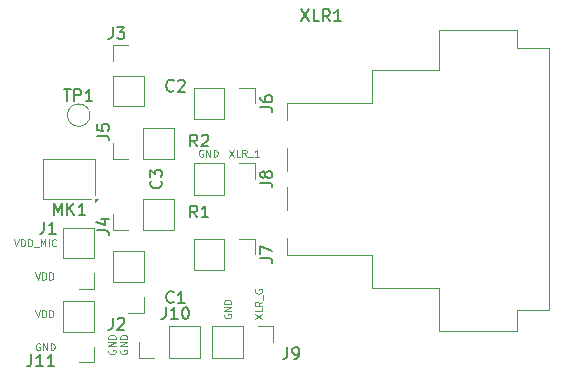
<source format=gbr>
%TF.GenerationSoftware,KiCad,Pcbnew,9.0.0*%
%TF.CreationDate,2025-03-06T01:46:26+08:00*%
%TF.ProjectId,HighDRMic_EVB,48696768-4452-44d6-9963-5f4556422e6b,rev?*%
%TF.SameCoordinates,Original*%
%TF.FileFunction,Legend,Top*%
%TF.FilePolarity,Positive*%
%FSLAX46Y46*%
G04 Gerber Fmt 4.6, Leading zero omitted, Abs format (unit mm)*
G04 Created by KiCad (PCBNEW 9.0.0) date 2025-03-06 01:46:26*
%MOMM*%
%LPD*%
G01*
G04 APERTURE LIST*
%ADD10C,0.100000*%
%ADD11C,0.150000*%
%ADD12C,0.120000*%
G04 APERTURE END LIST*
D10*
X154522931Y-113949942D02*
X154465789Y-113921371D01*
X154465789Y-113921371D02*
X154380074Y-113921371D01*
X154380074Y-113921371D02*
X154294360Y-113949942D01*
X154294360Y-113949942D02*
X154237217Y-114007085D01*
X154237217Y-114007085D02*
X154208646Y-114064228D01*
X154208646Y-114064228D02*
X154180074Y-114178514D01*
X154180074Y-114178514D02*
X154180074Y-114264228D01*
X154180074Y-114264228D02*
X154208646Y-114378514D01*
X154208646Y-114378514D02*
X154237217Y-114435657D01*
X154237217Y-114435657D02*
X154294360Y-114492800D01*
X154294360Y-114492800D02*
X154380074Y-114521371D01*
X154380074Y-114521371D02*
X154437217Y-114521371D01*
X154437217Y-114521371D02*
X154522931Y-114492800D01*
X154522931Y-114492800D02*
X154551503Y-114464228D01*
X154551503Y-114464228D02*
X154551503Y-114264228D01*
X154551503Y-114264228D02*
X154437217Y-114264228D01*
X154808646Y-114521371D02*
X154808646Y-113921371D01*
X154808646Y-113921371D02*
X155151503Y-114521371D01*
X155151503Y-114521371D02*
X155151503Y-113921371D01*
X155437217Y-114521371D02*
X155437217Y-113921371D01*
X155437217Y-113921371D02*
X155580074Y-113921371D01*
X155580074Y-113921371D02*
X155665788Y-113949942D01*
X155665788Y-113949942D02*
X155722931Y-114007085D01*
X155722931Y-114007085D02*
X155751502Y-114064228D01*
X155751502Y-114064228D02*
X155780074Y-114178514D01*
X155780074Y-114178514D02*
X155780074Y-114264228D01*
X155780074Y-114264228D02*
X155751502Y-114378514D01*
X155751502Y-114378514D02*
X155722931Y-114435657D01*
X155722931Y-114435657D02*
X155665788Y-114492800D01*
X155665788Y-114492800D02*
X155580074Y-114521371D01*
X155580074Y-114521371D02*
X155437217Y-114521371D01*
X172721371Y-111848496D02*
X173321371Y-111448496D01*
X172721371Y-111448496D02*
X173321371Y-111848496D01*
X173321371Y-110934210D02*
X173321371Y-111219924D01*
X173321371Y-111219924D02*
X172721371Y-111219924D01*
X173321371Y-110391353D02*
X173035657Y-110591353D01*
X173321371Y-110734210D02*
X172721371Y-110734210D01*
X172721371Y-110734210D02*
X172721371Y-110505639D01*
X172721371Y-110505639D02*
X172749942Y-110448496D01*
X172749942Y-110448496D02*
X172778514Y-110419925D01*
X172778514Y-110419925D02*
X172835657Y-110391353D01*
X172835657Y-110391353D02*
X172921371Y-110391353D01*
X172921371Y-110391353D02*
X172978514Y-110419925D01*
X172978514Y-110419925D02*
X173007085Y-110448496D01*
X173007085Y-110448496D02*
X173035657Y-110505639D01*
X173035657Y-110505639D02*
X173035657Y-110734210D01*
X173378514Y-110277068D02*
X173378514Y-109819925D01*
X172749942Y-109362782D02*
X172721371Y-109419925D01*
X172721371Y-109419925D02*
X172721371Y-109505639D01*
X172721371Y-109505639D02*
X172749942Y-109591353D01*
X172749942Y-109591353D02*
X172807085Y-109648496D01*
X172807085Y-109648496D02*
X172864228Y-109677067D01*
X172864228Y-109677067D02*
X172978514Y-109705639D01*
X172978514Y-109705639D02*
X173064228Y-109705639D01*
X173064228Y-109705639D02*
X173178514Y-109677067D01*
X173178514Y-109677067D02*
X173235657Y-109648496D01*
X173235657Y-109648496D02*
X173292800Y-109591353D01*
X173292800Y-109591353D02*
X173321371Y-109505639D01*
X173321371Y-109505639D02*
X173321371Y-109448496D01*
X173321371Y-109448496D02*
X173292800Y-109362782D01*
X173292800Y-109362782D02*
X173264228Y-109334210D01*
X173264228Y-109334210D02*
X173064228Y-109334210D01*
X173064228Y-109334210D02*
X173064228Y-109448496D01*
X170149942Y-111477068D02*
X170121371Y-111534211D01*
X170121371Y-111534211D02*
X170121371Y-111619925D01*
X170121371Y-111619925D02*
X170149942Y-111705639D01*
X170149942Y-111705639D02*
X170207085Y-111762782D01*
X170207085Y-111762782D02*
X170264228Y-111791353D01*
X170264228Y-111791353D02*
X170378514Y-111819925D01*
X170378514Y-111819925D02*
X170464228Y-111819925D01*
X170464228Y-111819925D02*
X170578514Y-111791353D01*
X170578514Y-111791353D02*
X170635657Y-111762782D01*
X170635657Y-111762782D02*
X170692800Y-111705639D01*
X170692800Y-111705639D02*
X170721371Y-111619925D01*
X170721371Y-111619925D02*
X170721371Y-111562782D01*
X170721371Y-111562782D02*
X170692800Y-111477068D01*
X170692800Y-111477068D02*
X170664228Y-111448496D01*
X170664228Y-111448496D02*
X170464228Y-111448496D01*
X170464228Y-111448496D02*
X170464228Y-111562782D01*
X170721371Y-111191353D02*
X170121371Y-111191353D01*
X170121371Y-111191353D02*
X170721371Y-110848496D01*
X170721371Y-110848496D02*
X170121371Y-110848496D01*
X170721371Y-110562782D02*
X170121371Y-110562782D01*
X170121371Y-110562782D02*
X170121371Y-110419925D01*
X170121371Y-110419925D02*
X170149942Y-110334211D01*
X170149942Y-110334211D02*
X170207085Y-110277068D01*
X170207085Y-110277068D02*
X170264228Y-110248497D01*
X170264228Y-110248497D02*
X170378514Y-110219925D01*
X170378514Y-110219925D02*
X170464228Y-110219925D01*
X170464228Y-110219925D02*
X170578514Y-110248497D01*
X170578514Y-110248497D02*
X170635657Y-110277068D01*
X170635657Y-110277068D02*
X170692800Y-110334211D01*
X170692800Y-110334211D02*
X170721371Y-110419925D01*
X170721371Y-110419925D02*
X170721371Y-110562782D01*
X161349942Y-114477068D02*
X161321371Y-114534211D01*
X161321371Y-114534211D02*
X161321371Y-114619925D01*
X161321371Y-114619925D02*
X161349942Y-114705639D01*
X161349942Y-114705639D02*
X161407085Y-114762782D01*
X161407085Y-114762782D02*
X161464228Y-114791353D01*
X161464228Y-114791353D02*
X161578514Y-114819925D01*
X161578514Y-114819925D02*
X161664228Y-114819925D01*
X161664228Y-114819925D02*
X161778514Y-114791353D01*
X161778514Y-114791353D02*
X161835657Y-114762782D01*
X161835657Y-114762782D02*
X161892800Y-114705639D01*
X161892800Y-114705639D02*
X161921371Y-114619925D01*
X161921371Y-114619925D02*
X161921371Y-114562782D01*
X161921371Y-114562782D02*
X161892800Y-114477068D01*
X161892800Y-114477068D02*
X161864228Y-114448496D01*
X161864228Y-114448496D02*
X161664228Y-114448496D01*
X161664228Y-114448496D02*
X161664228Y-114562782D01*
X161921371Y-114191353D02*
X161321371Y-114191353D01*
X161321371Y-114191353D02*
X161921371Y-113848496D01*
X161921371Y-113848496D02*
X161321371Y-113848496D01*
X161921371Y-113562782D02*
X161321371Y-113562782D01*
X161321371Y-113562782D02*
X161321371Y-113419925D01*
X161321371Y-113419925D02*
X161349942Y-113334211D01*
X161349942Y-113334211D02*
X161407085Y-113277068D01*
X161407085Y-113277068D02*
X161464228Y-113248497D01*
X161464228Y-113248497D02*
X161578514Y-113219925D01*
X161578514Y-113219925D02*
X161664228Y-113219925D01*
X161664228Y-113219925D02*
X161778514Y-113248497D01*
X161778514Y-113248497D02*
X161835657Y-113277068D01*
X161835657Y-113277068D02*
X161892800Y-113334211D01*
X161892800Y-113334211D02*
X161921371Y-113419925D01*
X161921371Y-113419925D02*
X161921371Y-113562782D01*
X160349942Y-114477068D02*
X160321371Y-114534211D01*
X160321371Y-114534211D02*
X160321371Y-114619925D01*
X160321371Y-114619925D02*
X160349942Y-114705639D01*
X160349942Y-114705639D02*
X160407085Y-114762782D01*
X160407085Y-114762782D02*
X160464228Y-114791353D01*
X160464228Y-114791353D02*
X160578514Y-114819925D01*
X160578514Y-114819925D02*
X160664228Y-114819925D01*
X160664228Y-114819925D02*
X160778514Y-114791353D01*
X160778514Y-114791353D02*
X160835657Y-114762782D01*
X160835657Y-114762782D02*
X160892800Y-114705639D01*
X160892800Y-114705639D02*
X160921371Y-114619925D01*
X160921371Y-114619925D02*
X160921371Y-114562782D01*
X160921371Y-114562782D02*
X160892800Y-114477068D01*
X160892800Y-114477068D02*
X160864228Y-114448496D01*
X160864228Y-114448496D02*
X160664228Y-114448496D01*
X160664228Y-114448496D02*
X160664228Y-114562782D01*
X160921371Y-114191353D02*
X160321371Y-114191353D01*
X160321371Y-114191353D02*
X160921371Y-113848496D01*
X160921371Y-113848496D02*
X160321371Y-113848496D01*
X160921371Y-113562782D02*
X160321371Y-113562782D01*
X160321371Y-113562782D02*
X160321371Y-113419925D01*
X160321371Y-113419925D02*
X160349942Y-113334211D01*
X160349942Y-113334211D02*
X160407085Y-113277068D01*
X160407085Y-113277068D02*
X160464228Y-113248497D01*
X160464228Y-113248497D02*
X160578514Y-113219925D01*
X160578514Y-113219925D02*
X160664228Y-113219925D01*
X160664228Y-113219925D02*
X160778514Y-113248497D01*
X160778514Y-113248497D02*
X160835657Y-113277068D01*
X160835657Y-113277068D02*
X160892800Y-113334211D01*
X160892800Y-113334211D02*
X160921371Y-113419925D01*
X160921371Y-113419925D02*
X160921371Y-113562782D01*
X152322931Y-105121371D02*
X152522931Y-105721371D01*
X152522931Y-105721371D02*
X152722931Y-105121371D01*
X152922932Y-105721371D02*
X152922932Y-105121371D01*
X152922932Y-105121371D02*
X153065789Y-105121371D01*
X153065789Y-105121371D02*
X153151503Y-105149942D01*
X153151503Y-105149942D02*
X153208646Y-105207085D01*
X153208646Y-105207085D02*
X153237217Y-105264228D01*
X153237217Y-105264228D02*
X153265789Y-105378514D01*
X153265789Y-105378514D02*
X153265789Y-105464228D01*
X153265789Y-105464228D02*
X153237217Y-105578514D01*
X153237217Y-105578514D02*
X153208646Y-105635657D01*
X153208646Y-105635657D02*
X153151503Y-105692800D01*
X153151503Y-105692800D02*
X153065789Y-105721371D01*
X153065789Y-105721371D02*
X152922932Y-105721371D01*
X153522932Y-105721371D02*
X153522932Y-105121371D01*
X153522932Y-105121371D02*
X153665789Y-105121371D01*
X153665789Y-105121371D02*
X153751503Y-105149942D01*
X153751503Y-105149942D02*
X153808646Y-105207085D01*
X153808646Y-105207085D02*
X153837217Y-105264228D01*
X153837217Y-105264228D02*
X153865789Y-105378514D01*
X153865789Y-105378514D02*
X153865789Y-105464228D01*
X153865789Y-105464228D02*
X153837217Y-105578514D01*
X153837217Y-105578514D02*
X153808646Y-105635657D01*
X153808646Y-105635657D02*
X153751503Y-105692800D01*
X153751503Y-105692800D02*
X153665789Y-105721371D01*
X153665789Y-105721371D02*
X153522932Y-105721371D01*
X153980075Y-105778514D02*
X154437217Y-105778514D01*
X154580075Y-105721371D02*
X154580075Y-105121371D01*
X154580075Y-105121371D02*
X154780075Y-105549942D01*
X154780075Y-105549942D02*
X154980075Y-105121371D01*
X154980075Y-105121371D02*
X154980075Y-105721371D01*
X155265789Y-105721371D02*
X155265789Y-105121371D01*
X155894360Y-105664228D02*
X155865788Y-105692800D01*
X155865788Y-105692800D02*
X155780074Y-105721371D01*
X155780074Y-105721371D02*
X155722931Y-105721371D01*
X155722931Y-105721371D02*
X155637217Y-105692800D01*
X155637217Y-105692800D02*
X155580074Y-105635657D01*
X155580074Y-105635657D02*
X155551503Y-105578514D01*
X155551503Y-105578514D02*
X155522931Y-105464228D01*
X155522931Y-105464228D02*
X155522931Y-105378514D01*
X155522931Y-105378514D02*
X155551503Y-105264228D01*
X155551503Y-105264228D02*
X155580074Y-105207085D01*
X155580074Y-105207085D02*
X155637217Y-105149942D01*
X155637217Y-105149942D02*
X155722931Y-105121371D01*
X155722931Y-105121371D02*
X155780074Y-105121371D01*
X155780074Y-105121371D02*
X155865788Y-105149942D01*
X155865788Y-105149942D02*
X155894360Y-105178514D01*
X168322931Y-97549942D02*
X168265789Y-97521371D01*
X168265789Y-97521371D02*
X168180074Y-97521371D01*
X168180074Y-97521371D02*
X168094360Y-97549942D01*
X168094360Y-97549942D02*
X168037217Y-97607085D01*
X168037217Y-97607085D02*
X168008646Y-97664228D01*
X168008646Y-97664228D02*
X167980074Y-97778514D01*
X167980074Y-97778514D02*
X167980074Y-97864228D01*
X167980074Y-97864228D02*
X168008646Y-97978514D01*
X168008646Y-97978514D02*
X168037217Y-98035657D01*
X168037217Y-98035657D02*
X168094360Y-98092800D01*
X168094360Y-98092800D02*
X168180074Y-98121371D01*
X168180074Y-98121371D02*
X168237217Y-98121371D01*
X168237217Y-98121371D02*
X168322931Y-98092800D01*
X168322931Y-98092800D02*
X168351503Y-98064228D01*
X168351503Y-98064228D02*
X168351503Y-97864228D01*
X168351503Y-97864228D02*
X168237217Y-97864228D01*
X168608646Y-98121371D02*
X168608646Y-97521371D01*
X168608646Y-97521371D02*
X168951503Y-98121371D01*
X168951503Y-98121371D02*
X168951503Y-97521371D01*
X169237217Y-98121371D02*
X169237217Y-97521371D01*
X169237217Y-97521371D02*
X169380074Y-97521371D01*
X169380074Y-97521371D02*
X169465788Y-97549942D01*
X169465788Y-97549942D02*
X169522931Y-97607085D01*
X169522931Y-97607085D02*
X169551502Y-97664228D01*
X169551502Y-97664228D02*
X169580074Y-97778514D01*
X169580074Y-97778514D02*
X169580074Y-97864228D01*
X169580074Y-97864228D02*
X169551502Y-97978514D01*
X169551502Y-97978514D02*
X169522931Y-98035657D01*
X169522931Y-98035657D02*
X169465788Y-98092800D01*
X169465788Y-98092800D02*
X169380074Y-98121371D01*
X169380074Y-98121371D02*
X169237217Y-98121371D01*
X170551503Y-97521371D02*
X170951503Y-98121371D01*
X170951503Y-97521371D02*
X170551503Y-98121371D01*
X171465789Y-98121371D02*
X171180075Y-98121371D01*
X171180075Y-98121371D02*
X171180075Y-97521371D01*
X172008646Y-98121371D02*
X171808646Y-97835657D01*
X171665789Y-98121371D02*
X171665789Y-97521371D01*
X171665789Y-97521371D02*
X171894360Y-97521371D01*
X171894360Y-97521371D02*
X171951503Y-97549942D01*
X171951503Y-97549942D02*
X171980074Y-97578514D01*
X171980074Y-97578514D02*
X172008646Y-97635657D01*
X172008646Y-97635657D02*
X172008646Y-97721371D01*
X172008646Y-97721371D02*
X171980074Y-97778514D01*
X171980074Y-97778514D02*
X171951503Y-97807085D01*
X171951503Y-97807085D02*
X171894360Y-97835657D01*
X171894360Y-97835657D02*
X171665789Y-97835657D01*
X172122932Y-98178514D02*
X172580074Y-98178514D01*
X173037217Y-98121371D02*
X172694360Y-98121371D01*
X172865789Y-98121371D02*
X172865789Y-97521371D01*
X172865789Y-97521371D02*
X172808646Y-97607085D01*
X172808646Y-97607085D02*
X172751503Y-97664228D01*
X172751503Y-97664228D02*
X172694360Y-97692800D01*
X154122931Y-107921371D02*
X154322931Y-108521371D01*
X154322931Y-108521371D02*
X154522931Y-107921371D01*
X154722932Y-108521371D02*
X154722932Y-107921371D01*
X154722932Y-107921371D02*
X154865789Y-107921371D01*
X154865789Y-107921371D02*
X154951503Y-107949942D01*
X154951503Y-107949942D02*
X155008646Y-108007085D01*
X155008646Y-108007085D02*
X155037217Y-108064228D01*
X155037217Y-108064228D02*
X155065789Y-108178514D01*
X155065789Y-108178514D02*
X155065789Y-108264228D01*
X155065789Y-108264228D02*
X155037217Y-108378514D01*
X155037217Y-108378514D02*
X155008646Y-108435657D01*
X155008646Y-108435657D02*
X154951503Y-108492800D01*
X154951503Y-108492800D02*
X154865789Y-108521371D01*
X154865789Y-108521371D02*
X154722932Y-108521371D01*
X155322932Y-108521371D02*
X155322932Y-107921371D01*
X155322932Y-107921371D02*
X155465789Y-107921371D01*
X155465789Y-107921371D02*
X155551503Y-107949942D01*
X155551503Y-107949942D02*
X155608646Y-108007085D01*
X155608646Y-108007085D02*
X155637217Y-108064228D01*
X155637217Y-108064228D02*
X155665789Y-108178514D01*
X155665789Y-108178514D02*
X155665789Y-108264228D01*
X155665789Y-108264228D02*
X155637217Y-108378514D01*
X155637217Y-108378514D02*
X155608646Y-108435657D01*
X155608646Y-108435657D02*
X155551503Y-108492800D01*
X155551503Y-108492800D02*
X155465789Y-108521371D01*
X155465789Y-108521371D02*
X155322932Y-108521371D01*
X154122931Y-111121371D02*
X154322931Y-111721371D01*
X154322931Y-111721371D02*
X154522931Y-111121371D01*
X154722932Y-111721371D02*
X154722932Y-111121371D01*
X154722932Y-111121371D02*
X154865789Y-111121371D01*
X154865789Y-111121371D02*
X154951503Y-111149942D01*
X154951503Y-111149942D02*
X155008646Y-111207085D01*
X155008646Y-111207085D02*
X155037217Y-111264228D01*
X155037217Y-111264228D02*
X155065789Y-111378514D01*
X155065789Y-111378514D02*
X155065789Y-111464228D01*
X155065789Y-111464228D02*
X155037217Y-111578514D01*
X155037217Y-111578514D02*
X155008646Y-111635657D01*
X155008646Y-111635657D02*
X154951503Y-111692800D01*
X154951503Y-111692800D02*
X154865789Y-111721371D01*
X154865789Y-111721371D02*
X154722932Y-111721371D01*
X155322932Y-111721371D02*
X155322932Y-111121371D01*
X155322932Y-111121371D02*
X155465789Y-111121371D01*
X155465789Y-111121371D02*
X155551503Y-111149942D01*
X155551503Y-111149942D02*
X155608646Y-111207085D01*
X155608646Y-111207085D02*
X155637217Y-111264228D01*
X155637217Y-111264228D02*
X155665789Y-111378514D01*
X155665789Y-111378514D02*
X155665789Y-111464228D01*
X155665789Y-111464228D02*
X155637217Y-111578514D01*
X155637217Y-111578514D02*
X155608646Y-111635657D01*
X155608646Y-111635657D02*
X155551503Y-111692800D01*
X155551503Y-111692800D02*
X155465789Y-111721371D01*
X155465789Y-111721371D02*
X155322932Y-111721371D01*
D11*
X175466666Y-114254819D02*
X175466666Y-114969104D01*
X175466666Y-114969104D02*
X175419047Y-115111961D01*
X175419047Y-115111961D02*
X175323809Y-115207200D01*
X175323809Y-115207200D02*
X175180952Y-115254819D01*
X175180952Y-115254819D02*
X175085714Y-115254819D01*
X175990476Y-115254819D02*
X176180952Y-115254819D01*
X176180952Y-115254819D02*
X176276190Y-115207200D01*
X176276190Y-115207200D02*
X176323809Y-115159580D01*
X176323809Y-115159580D02*
X176419047Y-115016723D01*
X176419047Y-115016723D02*
X176466666Y-114826247D01*
X176466666Y-114826247D02*
X176466666Y-114445295D01*
X176466666Y-114445295D02*
X176419047Y-114350057D01*
X176419047Y-114350057D02*
X176371428Y-114302438D01*
X176371428Y-114302438D02*
X176276190Y-114254819D01*
X176276190Y-114254819D02*
X176085714Y-114254819D01*
X176085714Y-114254819D02*
X175990476Y-114302438D01*
X175990476Y-114302438D02*
X175942857Y-114350057D01*
X175942857Y-114350057D02*
X175895238Y-114445295D01*
X175895238Y-114445295D02*
X175895238Y-114683390D01*
X175895238Y-114683390D02*
X175942857Y-114778628D01*
X175942857Y-114778628D02*
X175990476Y-114826247D01*
X175990476Y-114826247D02*
X176085714Y-114873866D01*
X176085714Y-114873866D02*
X176276190Y-114873866D01*
X176276190Y-114873866D02*
X176371428Y-114826247D01*
X176371428Y-114826247D02*
X176419047Y-114778628D01*
X176419047Y-114778628D02*
X176466666Y-114683390D01*
X176635714Y-85654819D02*
X177302380Y-86654819D01*
X177302380Y-85654819D02*
X176635714Y-86654819D01*
X178159523Y-86654819D02*
X177683333Y-86654819D01*
X177683333Y-86654819D02*
X177683333Y-85654819D01*
X179064285Y-86654819D02*
X178730952Y-86178628D01*
X178492857Y-86654819D02*
X178492857Y-85654819D01*
X178492857Y-85654819D02*
X178873809Y-85654819D01*
X178873809Y-85654819D02*
X178969047Y-85702438D01*
X178969047Y-85702438D02*
X179016666Y-85750057D01*
X179016666Y-85750057D02*
X179064285Y-85845295D01*
X179064285Y-85845295D02*
X179064285Y-85988152D01*
X179064285Y-85988152D02*
X179016666Y-86083390D01*
X179016666Y-86083390D02*
X178969047Y-86131009D01*
X178969047Y-86131009D02*
X178873809Y-86178628D01*
X178873809Y-86178628D02*
X178492857Y-86178628D01*
X180016666Y-86654819D02*
X179445238Y-86654819D01*
X179730952Y-86654819D02*
X179730952Y-85654819D01*
X179730952Y-85654819D02*
X179635714Y-85797676D01*
X179635714Y-85797676D02*
X179540476Y-85892914D01*
X179540476Y-85892914D02*
X179445238Y-85940533D01*
X155690476Y-103054819D02*
X155690476Y-102054819D01*
X155690476Y-102054819D02*
X156023809Y-102769104D01*
X156023809Y-102769104D02*
X156357142Y-102054819D01*
X156357142Y-102054819D02*
X156357142Y-103054819D01*
X156833333Y-103054819D02*
X156833333Y-102054819D01*
X157404761Y-103054819D02*
X156976190Y-102483390D01*
X157404761Y-102054819D02*
X156833333Y-102626247D01*
X158357142Y-103054819D02*
X157785714Y-103054819D01*
X158071428Y-103054819D02*
X158071428Y-102054819D01*
X158071428Y-102054819D02*
X157976190Y-102197676D01*
X157976190Y-102197676D02*
X157880952Y-102292914D01*
X157880952Y-102292914D02*
X157785714Y-102340533D01*
X173184819Y-106733333D02*
X173899104Y-106733333D01*
X173899104Y-106733333D02*
X174041961Y-106780952D01*
X174041961Y-106780952D02*
X174137200Y-106876190D01*
X174137200Y-106876190D02*
X174184819Y-107019047D01*
X174184819Y-107019047D02*
X174184819Y-107114285D01*
X173184819Y-106352380D02*
X173184819Y-105685714D01*
X173184819Y-105685714D02*
X174184819Y-106114285D01*
X165833333Y-110409580D02*
X165785714Y-110457200D01*
X165785714Y-110457200D02*
X165642857Y-110504819D01*
X165642857Y-110504819D02*
X165547619Y-110504819D01*
X165547619Y-110504819D02*
X165404762Y-110457200D01*
X165404762Y-110457200D02*
X165309524Y-110361961D01*
X165309524Y-110361961D02*
X165261905Y-110266723D01*
X165261905Y-110266723D02*
X165214286Y-110076247D01*
X165214286Y-110076247D02*
X165214286Y-109933390D01*
X165214286Y-109933390D02*
X165261905Y-109742914D01*
X165261905Y-109742914D02*
X165309524Y-109647676D01*
X165309524Y-109647676D02*
X165404762Y-109552438D01*
X165404762Y-109552438D02*
X165547619Y-109504819D01*
X165547619Y-109504819D02*
X165642857Y-109504819D01*
X165642857Y-109504819D02*
X165785714Y-109552438D01*
X165785714Y-109552438D02*
X165833333Y-109600057D01*
X166785714Y-110504819D02*
X166214286Y-110504819D01*
X166500000Y-110504819D02*
X166500000Y-109504819D01*
X166500000Y-109504819D02*
X166404762Y-109647676D01*
X166404762Y-109647676D02*
X166309524Y-109742914D01*
X166309524Y-109742914D02*
X166214286Y-109790533D01*
X153790476Y-114854819D02*
X153790476Y-115569104D01*
X153790476Y-115569104D02*
X153742857Y-115711961D01*
X153742857Y-115711961D02*
X153647619Y-115807200D01*
X153647619Y-115807200D02*
X153504762Y-115854819D01*
X153504762Y-115854819D02*
X153409524Y-115854819D01*
X154790476Y-115854819D02*
X154219048Y-115854819D01*
X154504762Y-115854819D02*
X154504762Y-114854819D01*
X154504762Y-114854819D02*
X154409524Y-114997676D01*
X154409524Y-114997676D02*
X154314286Y-115092914D01*
X154314286Y-115092914D02*
X154219048Y-115140533D01*
X155742857Y-115854819D02*
X155171429Y-115854819D01*
X155457143Y-115854819D02*
X155457143Y-114854819D01*
X155457143Y-114854819D02*
X155361905Y-114997676D01*
X155361905Y-114997676D02*
X155266667Y-115092914D01*
X155266667Y-115092914D02*
X155171429Y-115140533D01*
X165833333Y-92509580D02*
X165785714Y-92557200D01*
X165785714Y-92557200D02*
X165642857Y-92604819D01*
X165642857Y-92604819D02*
X165547619Y-92604819D01*
X165547619Y-92604819D02*
X165404762Y-92557200D01*
X165404762Y-92557200D02*
X165309524Y-92461961D01*
X165309524Y-92461961D02*
X165261905Y-92366723D01*
X165261905Y-92366723D02*
X165214286Y-92176247D01*
X165214286Y-92176247D02*
X165214286Y-92033390D01*
X165214286Y-92033390D02*
X165261905Y-91842914D01*
X165261905Y-91842914D02*
X165309524Y-91747676D01*
X165309524Y-91747676D02*
X165404762Y-91652438D01*
X165404762Y-91652438D02*
X165547619Y-91604819D01*
X165547619Y-91604819D02*
X165642857Y-91604819D01*
X165642857Y-91604819D02*
X165785714Y-91652438D01*
X165785714Y-91652438D02*
X165833333Y-91700057D01*
X166214286Y-91700057D02*
X166261905Y-91652438D01*
X166261905Y-91652438D02*
X166357143Y-91604819D01*
X166357143Y-91604819D02*
X166595238Y-91604819D01*
X166595238Y-91604819D02*
X166690476Y-91652438D01*
X166690476Y-91652438D02*
X166738095Y-91700057D01*
X166738095Y-91700057D02*
X166785714Y-91795295D01*
X166785714Y-91795295D02*
X166785714Y-91890533D01*
X166785714Y-91890533D02*
X166738095Y-92033390D01*
X166738095Y-92033390D02*
X166166667Y-92604819D01*
X166166667Y-92604819D02*
X166785714Y-92604819D01*
X173184819Y-93933333D02*
X173899104Y-93933333D01*
X173899104Y-93933333D02*
X174041961Y-93980952D01*
X174041961Y-93980952D02*
X174137200Y-94076190D01*
X174137200Y-94076190D02*
X174184819Y-94219047D01*
X174184819Y-94219047D02*
X174184819Y-94314285D01*
X173184819Y-93028571D02*
X173184819Y-93219047D01*
X173184819Y-93219047D02*
X173232438Y-93314285D01*
X173232438Y-93314285D02*
X173280057Y-93361904D01*
X173280057Y-93361904D02*
X173422914Y-93457142D01*
X173422914Y-93457142D02*
X173613390Y-93504761D01*
X173613390Y-93504761D02*
X173994342Y-93504761D01*
X173994342Y-93504761D02*
X174089580Y-93457142D01*
X174089580Y-93457142D02*
X174137200Y-93409523D01*
X174137200Y-93409523D02*
X174184819Y-93314285D01*
X174184819Y-93314285D02*
X174184819Y-93123809D01*
X174184819Y-93123809D02*
X174137200Y-93028571D01*
X174137200Y-93028571D02*
X174089580Y-92980952D01*
X174089580Y-92980952D02*
X173994342Y-92933333D01*
X173994342Y-92933333D02*
X173756247Y-92933333D01*
X173756247Y-92933333D02*
X173661009Y-92980952D01*
X173661009Y-92980952D02*
X173613390Y-93028571D01*
X173613390Y-93028571D02*
X173565771Y-93123809D01*
X173565771Y-93123809D02*
X173565771Y-93314285D01*
X173565771Y-93314285D02*
X173613390Y-93409523D01*
X173613390Y-93409523D02*
X173661009Y-93457142D01*
X173661009Y-93457142D02*
X173756247Y-93504761D01*
X160666666Y-111754819D02*
X160666666Y-112469104D01*
X160666666Y-112469104D02*
X160619047Y-112611961D01*
X160619047Y-112611961D02*
X160523809Y-112707200D01*
X160523809Y-112707200D02*
X160380952Y-112754819D01*
X160380952Y-112754819D02*
X160285714Y-112754819D01*
X161095238Y-111850057D02*
X161142857Y-111802438D01*
X161142857Y-111802438D02*
X161238095Y-111754819D01*
X161238095Y-111754819D02*
X161476190Y-111754819D01*
X161476190Y-111754819D02*
X161571428Y-111802438D01*
X161571428Y-111802438D02*
X161619047Y-111850057D01*
X161619047Y-111850057D02*
X161666666Y-111945295D01*
X161666666Y-111945295D02*
X161666666Y-112040533D01*
X161666666Y-112040533D02*
X161619047Y-112183390D01*
X161619047Y-112183390D02*
X161047619Y-112754819D01*
X161047619Y-112754819D02*
X161666666Y-112754819D01*
X167833333Y-103254819D02*
X167500000Y-102778628D01*
X167261905Y-103254819D02*
X167261905Y-102254819D01*
X167261905Y-102254819D02*
X167642857Y-102254819D01*
X167642857Y-102254819D02*
X167738095Y-102302438D01*
X167738095Y-102302438D02*
X167785714Y-102350057D01*
X167785714Y-102350057D02*
X167833333Y-102445295D01*
X167833333Y-102445295D02*
X167833333Y-102588152D01*
X167833333Y-102588152D02*
X167785714Y-102683390D01*
X167785714Y-102683390D02*
X167738095Y-102731009D01*
X167738095Y-102731009D02*
X167642857Y-102778628D01*
X167642857Y-102778628D02*
X167261905Y-102778628D01*
X168785714Y-103254819D02*
X168214286Y-103254819D01*
X168500000Y-103254819D02*
X168500000Y-102254819D01*
X168500000Y-102254819D02*
X168404762Y-102397676D01*
X168404762Y-102397676D02*
X168309524Y-102492914D01*
X168309524Y-102492914D02*
X168214286Y-102540533D01*
X159354819Y-104333333D02*
X160069104Y-104333333D01*
X160069104Y-104333333D02*
X160211961Y-104380952D01*
X160211961Y-104380952D02*
X160307200Y-104476190D01*
X160307200Y-104476190D02*
X160354819Y-104619047D01*
X160354819Y-104619047D02*
X160354819Y-104714285D01*
X159688152Y-103428571D02*
X160354819Y-103428571D01*
X159307200Y-103666666D02*
X160021485Y-103904761D01*
X160021485Y-103904761D02*
X160021485Y-103285714D01*
X156538095Y-92406819D02*
X157109523Y-92406819D01*
X156823809Y-93406819D02*
X156823809Y-92406819D01*
X157442857Y-93406819D02*
X157442857Y-92406819D01*
X157442857Y-92406819D02*
X157823809Y-92406819D01*
X157823809Y-92406819D02*
X157919047Y-92454438D01*
X157919047Y-92454438D02*
X157966666Y-92502057D01*
X157966666Y-92502057D02*
X158014285Y-92597295D01*
X158014285Y-92597295D02*
X158014285Y-92740152D01*
X158014285Y-92740152D02*
X157966666Y-92835390D01*
X157966666Y-92835390D02*
X157919047Y-92883009D01*
X157919047Y-92883009D02*
X157823809Y-92930628D01*
X157823809Y-92930628D02*
X157442857Y-92930628D01*
X158966666Y-93406819D02*
X158395238Y-93406819D01*
X158680952Y-93406819D02*
X158680952Y-92406819D01*
X158680952Y-92406819D02*
X158585714Y-92549676D01*
X158585714Y-92549676D02*
X158490476Y-92644914D01*
X158490476Y-92644914D02*
X158395238Y-92692533D01*
X165190476Y-110854819D02*
X165190476Y-111569104D01*
X165190476Y-111569104D02*
X165142857Y-111711961D01*
X165142857Y-111711961D02*
X165047619Y-111807200D01*
X165047619Y-111807200D02*
X164904762Y-111854819D01*
X164904762Y-111854819D02*
X164809524Y-111854819D01*
X166190476Y-111854819D02*
X165619048Y-111854819D01*
X165904762Y-111854819D02*
X165904762Y-110854819D01*
X165904762Y-110854819D02*
X165809524Y-110997676D01*
X165809524Y-110997676D02*
X165714286Y-111092914D01*
X165714286Y-111092914D02*
X165619048Y-111140533D01*
X166809524Y-110854819D02*
X166904762Y-110854819D01*
X166904762Y-110854819D02*
X167000000Y-110902438D01*
X167000000Y-110902438D02*
X167047619Y-110950057D01*
X167047619Y-110950057D02*
X167095238Y-111045295D01*
X167095238Y-111045295D02*
X167142857Y-111235771D01*
X167142857Y-111235771D02*
X167142857Y-111473866D01*
X167142857Y-111473866D02*
X167095238Y-111664342D01*
X167095238Y-111664342D02*
X167047619Y-111759580D01*
X167047619Y-111759580D02*
X167000000Y-111807200D01*
X167000000Y-111807200D02*
X166904762Y-111854819D01*
X166904762Y-111854819D02*
X166809524Y-111854819D01*
X166809524Y-111854819D02*
X166714286Y-111807200D01*
X166714286Y-111807200D02*
X166666667Y-111759580D01*
X166666667Y-111759580D02*
X166619048Y-111664342D01*
X166619048Y-111664342D02*
X166571429Y-111473866D01*
X166571429Y-111473866D02*
X166571429Y-111235771D01*
X166571429Y-111235771D02*
X166619048Y-111045295D01*
X166619048Y-111045295D02*
X166666667Y-110950057D01*
X166666667Y-110950057D02*
X166714286Y-110902438D01*
X166714286Y-110902438D02*
X166809524Y-110854819D01*
X159354819Y-96333333D02*
X160069104Y-96333333D01*
X160069104Y-96333333D02*
X160211961Y-96380952D01*
X160211961Y-96380952D02*
X160307200Y-96476190D01*
X160307200Y-96476190D02*
X160354819Y-96619047D01*
X160354819Y-96619047D02*
X160354819Y-96714285D01*
X159354819Y-95380952D02*
X159354819Y-95857142D01*
X159354819Y-95857142D02*
X159831009Y-95904761D01*
X159831009Y-95904761D02*
X159783390Y-95857142D01*
X159783390Y-95857142D02*
X159735771Y-95761904D01*
X159735771Y-95761904D02*
X159735771Y-95523809D01*
X159735771Y-95523809D02*
X159783390Y-95428571D01*
X159783390Y-95428571D02*
X159831009Y-95380952D01*
X159831009Y-95380952D02*
X159926247Y-95333333D01*
X159926247Y-95333333D02*
X160164342Y-95333333D01*
X160164342Y-95333333D02*
X160259580Y-95380952D01*
X160259580Y-95380952D02*
X160307200Y-95428571D01*
X160307200Y-95428571D02*
X160354819Y-95523809D01*
X160354819Y-95523809D02*
X160354819Y-95761904D01*
X160354819Y-95761904D02*
X160307200Y-95857142D01*
X160307200Y-95857142D02*
X160259580Y-95904761D01*
X164759580Y-100166666D02*
X164807200Y-100214285D01*
X164807200Y-100214285D02*
X164854819Y-100357142D01*
X164854819Y-100357142D02*
X164854819Y-100452380D01*
X164854819Y-100452380D02*
X164807200Y-100595237D01*
X164807200Y-100595237D02*
X164711961Y-100690475D01*
X164711961Y-100690475D02*
X164616723Y-100738094D01*
X164616723Y-100738094D02*
X164426247Y-100785713D01*
X164426247Y-100785713D02*
X164283390Y-100785713D01*
X164283390Y-100785713D02*
X164092914Y-100738094D01*
X164092914Y-100738094D02*
X163997676Y-100690475D01*
X163997676Y-100690475D02*
X163902438Y-100595237D01*
X163902438Y-100595237D02*
X163854819Y-100452380D01*
X163854819Y-100452380D02*
X163854819Y-100357142D01*
X163854819Y-100357142D02*
X163902438Y-100214285D01*
X163902438Y-100214285D02*
X163950057Y-100166666D01*
X163854819Y-99833332D02*
X163854819Y-99214285D01*
X163854819Y-99214285D02*
X164235771Y-99547618D01*
X164235771Y-99547618D02*
X164235771Y-99404761D01*
X164235771Y-99404761D02*
X164283390Y-99309523D01*
X164283390Y-99309523D02*
X164331009Y-99261904D01*
X164331009Y-99261904D02*
X164426247Y-99214285D01*
X164426247Y-99214285D02*
X164664342Y-99214285D01*
X164664342Y-99214285D02*
X164759580Y-99261904D01*
X164759580Y-99261904D02*
X164807200Y-99309523D01*
X164807200Y-99309523D02*
X164854819Y-99404761D01*
X164854819Y-99404761D02*
X164854819Y-99690475D01*
X164854819Y-99690475D02*
X164807200Y-99785713D01*
X164807200Y-99785713D02*
X164759580Y-99833332D01*
X160666666Y-87154819D02*
X160666666Y-87869104D01*
X160666666Y-87869104D02*
X160619047Y-88011961D01*
X160619047Y-88011961D02*
X160523809Y-88107200D01*
X160523809Y-88107200D02*
X160380952Y-88154819D01*
X160380952Y-88154819D02*
X160285714Y-88154819D01*
X161047619Y-87154819D02*
X161666666Y-87154819D01*
X161666666Y-87154819D02*
X161333333Y-87535771D01*
X161333333Y-87535771D02*
X161476190Y-87535771D01*
X161476190Y-87535771D02*
X161571428Y-87583390D01*
X161571428Y-87583390D02*
X161619047Y-87631009D01*
X161619047Y-87631009D02*
X161666666Y-87726247D01*
X161666666Y-87726247D02*
X161666666Y-87964342D01*
X161666666Y-87964342D02*
X161619047Y-88059580D01*
X161619047Y-88059580D02*
X161571428Y-88107200D01*
X161571428Y-88107200D02*
X161476190Y-88154819D01*
X161476190Y-88154819D02*
X161190476Y-88154819D01*
X161190476Y-88154819D02*
X161095238Y-88107200D01*
X161095238Y-88107200D02*
X161047619Y-88059580D01*
X173184819Y-100333333D02*
X173899104Y-100333333D01*
X173899104Y-100333333D02*
X174041961Y-100380952D01*
X174041961Y-100380952D02*
X174137200Y-100476190D01*
X174137200Y-100476190D02*
X174184819Y-100619047D01*
X174184819Y-100619047D02*
X174184819Y-100714285D01*
X173613390Y-99714285D02*
X173565771Y-99809523D01*
X173565771Y-99809523D02*
X173518152Y-99857142D01*
X173518152Y-99857142D02*
X173422914Y-99904761D01*
X173422914Y-99904761D02*
X173375295Y-99904761D01*
X173375295Y-99904761D02*
X173280057Y-99857142D01*
X173280057Y-99857142D02*
X173232438Y-99809523D01*
X173232438Y-99809523D02*
X173184819Y-99714285D01*
X173184819Y-99714285D02*
X173184819Y-99523809D01*
X173184819Y-99523809D02*
X173232438Y-99428571D01*
X173232438Y-99428571D02*
X173280057Y-99380952D01*
X173280057Y-99380952D02*
X173375295Y-99333333D01*
X173375295Y-99333333D02*
X173422914Y-99333333D01*
X173422914Y-99333333D02*
X173518152Y-99380952D01*
X173518152Y-99380952D02*
X173565771Y-99428571D01*
X173565771Y-99428571D02*
X173613390Y-99523809D01*
X173613390Y-99523809D02*
X173613390Y-99714285D01*
X173613390Y-99714285D02*
X173661009Y-99809523D01*
X173661009Y-99809523D02*
X173708628Y-99857142D01*
X173708628Y-99857142D02*
X173803866Y-99904761D01*
X173803866Y-99904761D02*
X173994342Y-99904761D01*
X173994342Y-99904761D02*
X174089580Y-99857142D01*
X174089580Y-99857142D02*
X174137200Y-99809523D01*
X174137200Y-99809523D02*
X174184819Y-99714285D01*
X174184819Y-99714285D02*
X174184819Y-99523809D01*
X174184819Y-99523809D02*
X174137200Y-99428571D01*
X174137200Y-99428571D02*
X174089580Y-99380952D01*
X174089580Y-99380952D02*
X173994342Y-99333333D01*
X173994342Y-99333333D02*
X173803866Y-99333333D01*
X173803866Y-99333333D02*
X173708628Y-99380952D01*
X173708628Y-99380952D02*
X173661009Y-99428571D01*
X173661009Y-99428571D02*
X173613390Y-99523809D01*
X154866666Y-103654819D02*
X154866666Y-104369104D01*
X154866666Y-104369104D02*
X154819047Y-104511961D01*
X154819047Y-104511961D02*
X154723809Y-104607200D01*
X154723809Y-104607200D02*
X154580952Y-104654819D01*
X154580952Y-104654819D02*
X154485714Y-104654819D01*
X155866666Y-104654819D02*
X155295238Y-104654819D01*
X155580952Y-104654819D02*
X155580952Y-103654819D01*
X155580952Y-103654819D02*
X155485714Y-103797676D01*
X155485714Y-103797676D02*
X155390476Y-103892914D01*
X155390476Y-103892914D02*
X155295238Y-103940533D01*
X167833333Y-97254819D02*
X167500000Y-96778628D01*
X167261905Y-97254819D02*
X167261905Y-96254819D01*
X167261905Y-96254819D02*
X167642857Y-96254819D01*
X167642857Y-96254819D02*
X167738095Y-96302438D01*
X167738095Y-96302438D02*
X167785714Y-96350057D01*
X167785714Y-96350057D02*
X167833333Y-96445295D01*
X167833333Y-96445295D02*
X167833333Y-96588152D01*
X167833333Y-96588152D02*
X167785714Y-96683390D01*
X167785714Y-96683390D02*
X167738095Y-96731009D01*
X167738095Y-96731009D02*
X167642857Y-96778628D01*
X167642857Y-96778628D02*
X167261905Y-96778628D01*
X168214286Y-96350057D02*
X168261905Y-96302438D01*
X168261905Y-96302438D02*
X168357143Y-96254819D01*
X168357143Y-96254819D02*
X168595238Y-96254819D01*
X168595238Y-96254819D02*
X168690476Y-96302438D01*
X168690476Y-96302438D02*
X168738095Y-96350057D01*
X168738095Y-96350057D02*
X168785714Y-96445295D01*
X168785714Y-96445295D02*
X168785714Y-96540533D01*
X168785714Y-96540533D02*
X168738095Y-96683390D01*
X168738095Y-96683390D02*
X168166667Y-97254819D01*
X168166667Y-97254819D02*
X168785714Y-97254819D01*
D12*
%TO.C,J9*%
X169070000Y-112470000D02*
X169070000Y-115130000D01*
X171670000Y-112470000D02*
X169070000Y-112470000D01*
X171670000Y-112470000D02*
X171670000Y-115130000D01*
X171670000Y-115130000D02*
X169070000Y-115130000D01*
X172940000Y-112470000D02*
X174270000Y-112470000D01*
X174270000Y-112470000D02*
X174270000Y-113800000D01*
%TO.C,XLR1*%
X175460000Y-93580000D02*
X175460000Y-95000000D01*
X175460000Y-99300000D02*
X175460000Y-97400000D01*
X175460000Y-100700000D02*
X175460000Y-102600000D01*
X175460000Y-105000000D02*
X175460000Y-106420000D01*
X182660000Y-93580000D02*
X175460000Y-93580000D01*
X182660000Y-93580000D02*
X182660000Y-90780000D01*
X182660000Y-106420000D02*
X175460000Y-106420000D01*
X182660000Y-106420000D02*
X182660000Y-109220000D01*
X188310000Y-90780000D02*
X182660000Y-90780000D01*
X188310000Y-90780000D02*
X188310000Y-87380000D01*
X188310000Y-109220000D02*
X182660000Y-109220000D01*
X188310000Y-112920000D02*
X188310000Y-109220000D01*
X194900000Y-87380000D02*
X188310000Y-87380000D01*
X194900000Y-87380000D02*
X194900000Y-88880000D01*
X194900000Y-88880000D02*
X197600000Y-88880000D01*
X194900000Y-111120000D02*
X194900000Y-112920000D01*
X194900000Y-111120000D02*
X197600000Y-111120000D01*
X194900000Y-112920000D02*
X188310000Y-112920000D01*
X197600000Y-88880000D02*
X197600000Y-111120000D01*
%TO.C,MK1*%
X154820000Y-101680000D02*
X154820000Y-98320000D01*
X158880000Y-101680000D02*
X154820000Y-101680000D01*
X159180000Y-98320000D02*
X154820000Y-98320000D01*
X159180000Y-101380000D02*
X159180000Y-98320000D01*
X159180000Y-101960000D02*
X159180000Y-101680000D01*
X159460000Y-101680000D01*
X159180000Y-101960000D01*
G36*
X159180000Y-101960000D02*
G01*
X159180000Y-101680000D01*
X159460000Y-101680000D01*
X159180000Y-101960000D01*
G37*
%TO.C,J7*%
X167530000Y-105070000D02*
X167530000Y-107730000D01*
X170130000Y-105070000D02*
X167530000Y-105070000D01*
X170130000Y-105070000D02*
X170130000Y-107730000D01*
X170130000Y-107730000D02*
X167530000Y-107730000D01*
X171400000Y-105070000D02*
X172730000Y-105070000D01*
X172730000Y-105070000D02*
X172730000Y-106400000D01*
%TO.C,J11*%
X156470000Y-112930000D02*
X156470000Y-110330000D01*
X159130000Y-110330000D02*
X156470000Y-110330000D01*
X159130000Y-112930000D02*
X156470000Y-112930000D01*
X159130000Y-112930000D02*
X159130000Y-110330000D01*
X159130000Y-114200000D02*
X159130000Y-115530000D01*
X159130000Y-115530000D02*
X157800000Y-115530000D01*
%TO.C,J6*%
X167530000Y-92270000D02*
X167530000Y-94930000D01*
X170130000Y-92270000D02*
X167530000Y-92270000D01*
X170130000Y-92270000D02*
X170130000Y-94930000D01*
X170130000Y-94930000D02*
X167530000Y-94930000D01*
X171400000Y-92270000D02*
X172730000Y-92270000D01*
X172730000Y-92270000D02*
X172730000Y-93600000D01*
%TO.C,J2*%
X160670000Y-108730000D02*
X160670000Y-106130000D01*
X163330000Y-106130000D02*
X160670000Y-106130000D01*
X163330000Y-108730000D02*
X160670000Y-108730000D01*
X163330000Y-108730000D02*
X163330000Y-106130000D01*
X163330000Y-110000000D02*
X163330000Y-111330000D01*
X163330000Y-111330000D02*
X162000000Y-111330000D01*
%TO.C,J4*%
X160670000Y-104330000D02*
X160670000Y-103000000D01*
X162000000Y-104330000D02*
X160670000Y-104330000D01*
X163270000Y-101670000D02*
X165870000Y-101670000D01*
X163270000Y-104330000D02*
X163270000Y-101670000D01*
X163270000Y-104330000D02*
X165870000Y-104330000D01*
X165870000Y-104330000D02*
X165870000Y-101670000D01*
%TO.C,TP1*%
X158750000Y-94600000D02*
G75*
G02*
X156850000Y-94600000I-950000J0D01*
G01*
X156850000Y-94600000D02*
G75*
G02*
X158750000Y-94600000I950000J0D01*
G01*
%TO.C,J10*%
X162870000Y-115130000D02*
X162870000Y-113800000D01*
X164200000Y-115130000D02*
X162870000Y-115130000D01*
X165470000Y-112470000D02*
X168070000Y-112470000D01*
X165470000Y-115130000D02*
X165470000Y-112470000D01*
X165470000Y-115130000D02*
X168070000Y-115130000D01*
X168070000Y-115130000D02*
X168070000Y-112470000D01*
%TO.C,J5*%
X160670000Y-98330000D02*
X160670000Y-97000000D01*
X162000000Y-98330000D02*
X160670000Y-98330000D01*
X163270000Y-95670000D02*
X165870000Y-95670000D01*
X163270000Y-98330000D02*
X163270000Y-95670000D01*
X163270000Y-98330000D02*
X165870000Y-98330000D01*
X165870000Y-98330000D02*
X165870000Y-95670000D01*
%TO.C,J3*%
X160670000Y-88670000D02*
X162000000Y-88670000D01*
X160670000Y-90000000D02*
X160670000Y-88670000D01*
X160670000Y-91270000D02*
X160670000Y-93870000D01*
X160670000Y-91270000D02*
X163330000Y-91270000D01*
X160670000Y-93870000D02*
X163330000Y-93870000D01*
X163330000Y-91270000D02*
X163330000Y-93870000D01*
%TO.C,J8*%
X167530000Y-98670000D02*
X167530000Y-101330000D01*
X170130000Y-98670000D02*
X167530000Y-98670000D01*
X170130000Y-98670000D02*
X170130000Y-101330000D01*
X170130000Y-101330000D02*
X167530000Y-101330000D01*
X171400000Y-98670000D02*
X172730000Y-98670000D01*
X172730000Y-98670000D02*
X172730000Y-100000000D01*
%TO.C,J1*%
X156470000Y-106730000D02*
X156470000Y-104130000D01*
X159130000Y-104130000D02*
X156470000Y-104130000D01*
X159130000Y-106730000D02*
X156470000Y-106730000D01*
X159130000Y-106730000D02*
X159130000Y-104130000D01*
X159130000Y-108000000D02*
X159130000Y-109330000D01*
X159130000Y-109330000D02*
X157800000Y-109330000D01*
%TD*%
M02*

</source>
